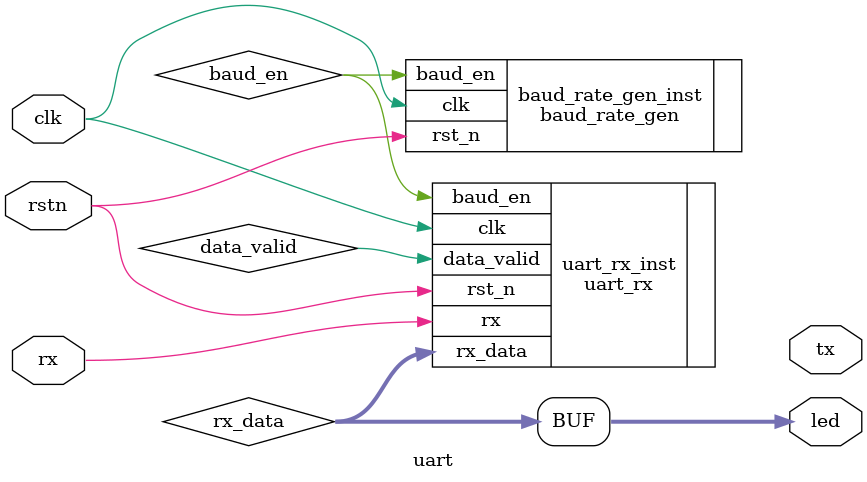
<source format=v>
module uart (
    input  clk/* synthesis PAP_MARK_DEBUG="true" */,
    input  rstn,
    input  rx,
    output tx,
    output [7:0] led
);
wire baud_en/* synthesis PAP_MARK_DEBUG="true" */;
wire [7:0] rx_data/* synthesis PAP_MARK_DEBUG="true" */;
wire data_valid/* synthesis PAP_MARK_DEBUG="true" */;

assign led = rx_data;

baud_rate_gen  baud_rate_gen_inst (
    .clk(clk),
    .rst_n(rstn),
    .baud_en(baud_en)
  );
uart_rx  uart_rx_inst (
    .clk(clk),
    .rst_n(rstn),
    .rx(rx),
    .baud_en(baud_en),
    .rx_data(rx_data),
    .data_valid(data_valid)
  );
endmodule
</source>
